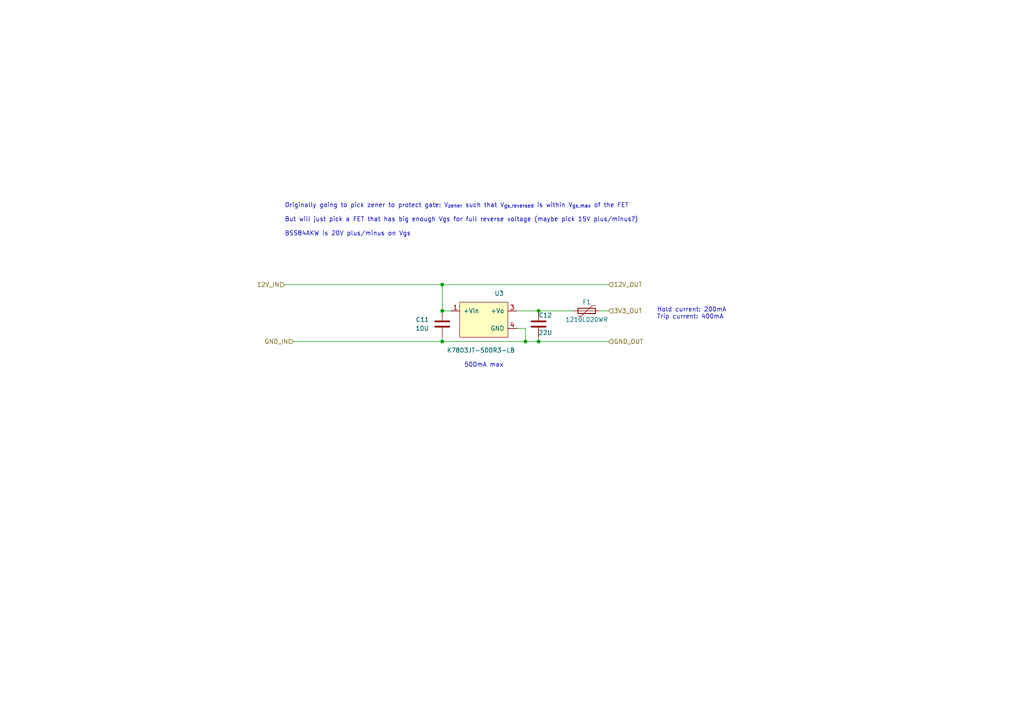
<source format=kicad_sch>
(kicad_sch (version 20230121) (generator eeschema)
  (paper "A4")
  (lib_symbols
    (symbol "Device:C" (pin_numbers hide) (pin_names (offset 0.254))
      (property "Reference" "C" (at 0.635 2.54 0))
      (property "Value" "C" (at 0.635 -2.54 0))
      (symbol "C_0_1"
        (polyline (pts (xy -2.032 -0.762) (xy 2.032 -0.762)) (stroke (width 0.508)))
        (polyline (pts (xy -2.032 0.762) (xy 2.032 0.762)) (stroke (width 0.508)))
      )
      (symbol "C_1_1"
        (pin passive line (at 0 3.81 270) (length 2.794) (name "~") (number "1"))
        (pin passive line (at 0 -3.81 90) (length 2.794) (name "~") (number "2"))
      )
    )
    (symbol "Device:Polyfuse" (pin_numbers hide) (pin_names (offset 0))
      (property "Reference" "F" (at -2.54 0 90))
      (property "Value" "Polyfuse" (at 2.54 0 90))
      (symbol "Polyfuse_0_1"
        (rectangle (start -0.762 2.54) (end 0.762 -2.54) (stroke (width 0.254)))
        (polyline (pts (xy 0 2.54) (xy 0 -2.54)))
        (polyline (pts (xy -1.524 2.54) (xy -1.524 1.524) (xy 1.524 -1.524) (xy 1.524 -2.54)))
      )
      (symbol "Polyfuse_1_1"
        (pin passive line (at 0 3.81 270) (length 1.27) (name "~") (number "1"))
        (pin passive line (at 0 -3.81 90) (length 1.27) (name "~") (number "2"))
      )
    )
    (symbol "william_dc_dc:K7803JT-500R3-LB" (pin_names (offset 1.016))
      (property "Reference" "U" (at 2.54 6.35 0))
      (property "Value" "K7803JT-500R3-LB	" (at 5.08 -6.35 0))
      (symbol "K7803JT-500R3-LB_0_1"
        (rectangle (start -5.08 5.08) (end 8.89 -5.08) (fill (type background)))
      )
      (symbol "K7803JT-500R3-LB_1_0"
        (pin power_out line (at 11.43 -2.54 180) (length 2.54) (name "GND") (number "4"))
      )
      (symbol "K7803JT-500R3-LB_1_1"
        (pin power_in line (at -7.62 2.54 0) (length 2.54) (name "+Vin") (number "1"))
        (pin no_connect line (at -5.08 -2.54 0) (length 2.54) hide (name "NC") (number "2"))
        (pin power_out line (at 11.43 2.54 180) (length 2.54) (name "+Vo") (number "3"))
      )
    )
  )
  (junction (at 128.27 82.55))
  (junction (at 156.21 99.06))
  (junction (at 128.27 90.17))
  (junction (at 152.4 99.06))
  (junction (at 128.27 99.06))
  (junction (at 156.21 90.17))
  (wire (pts (xy 128.27 90.17) (xy 130.81 90.17)))
  (wire (pts (xy 156.21 97.79) (xy 156.21 99.06)))
  (wire (pts (xy 156.21 99.06) (xy 176.53 99.06)))
  (wire (pts (xy 82.55 82.55) (xy 128.27 82.55)))
  (wire (pts (xy 128.27 82.55) (xy 128.27 90.17)))
  (wire (pts (xy 152.4 99.06) (xy 152.4 95.25)))
  (wire (pts (xy 149.86 90.17) (xy 156.21 90.17)))
  (wire (pts (xy 128.27 97.79) (xy 128.27 99.06)))
  (wire (pts (xy 156.21 90.17) (xy 166.37 90.17)))
  (wire (pts (xy 152.4 99.06) (xy 156.21 99.06)))
  (wire (pts (xy 173.99 90.17) (xy 176.53 90.17)))
  (wire (pts (xy 128.27 99.06) (xy 152.4 99.06)))
  (wire (pts (xy 176.53 82.55) (xy 128.27 82.55)))
  (wire (pts (xy 85.09 99.06) (xy 128.27 99.06)))
  (wire (pts (xy 152.4 95.25) (xy 149.86 95.25)))
  (text "500mA max" (at 134.62 106.68 0) (effects (font (size 1.27 1.27)) (justify left bottom)))
  (text "Originally going to pick zener to protect gate: V_{zener} such that V_{gs,reversed} is within V_{gs,max} of the FET\n\nBut will just pick a FET that has big enough Vgs for full reverse voltage (maybe pick 15V plus/minus?)\n\nBSS84AKW is 20V plus/minus on Vgs" (at 82.55 68.58 0) (effects (font (size 1.27 1.27)) (justify left bottom)))
  (text "Hold current: 200mA\nTrip current: 400mA" (at 190.5 92.71 0) (effects (font (size 1.27 1.27)) (justify left bottom)))
  (hierarchical_label "12V_IN" (shape input) (at 82.55 82.55 180))
  (hierarchical_label "GND_OUT" (shape input) (at 176.53 99.06 0))
  (hierarchical_label "12V_OUT" (shape input) (at 176.53 82.55 0))
  (hierarchical_label "GND_IN" (shape input) (at 85.09 99.06 180))
  (hierarchical_label "3V3_OUT" (shape input) (at 176.53 90.17 0))
  (symbol (lib_id "Device:C") (at 156.21 93.98 0) (mirror y) (unit 1)
    (property "Reference" "C12" (at 156.21 91.44 0) (effects (justify right)))
    (property "Value" "22U" (at 156.21 96.52 0) (effects (justify right)))
    (property "Footprint" "Capacitor_SMD:C_0805_2012Metric" (effects hide))
  )
  (symbol (lib_id "Device:Polyfuse") (at 170.18 90.17 90) (unit 1)
    (property "Reference" "F1" (at 170.18 87.63 90))
    (property "Value" "1210L020WR" (at 170.18 92.71 90))
    (property "Footprint" "Fuse:Fuse_1210_3225Metric" (effects hide))
  )
  (symbol (lib_id "william_dc_dc:K7803JT-500R3-LB") (at 138.43 92.71 0) (unit 1)
    (property "Reference" "U3" (at 144.78 85.09 0))
    (property "Value" "K7803JT-500R3-LB	" (at 142.24 101.6 0))
    (property "Footprint" "william_dc_dc:K78_JT-500R3-LB" (effects hide))
    (property "Datasheet" "https://www.mornsun-power.com/html/pdf/K7803JT-500R3-LB.html" (effects hide))
  )
  (symbol (lib_id "Device:C") (at 128.27 93.98 0) (unit 1)
    (property "Reference" "C11" (at 124.46 92.71 0) (effects (justify right)))
    (property "Value" "10U" (at 124.46 95.25 0) (effects (justify right)))
    (property "Footprint" "Capacitor_SMD:C_0805_2012Metric" (effects hide))
  )
)
</source>
